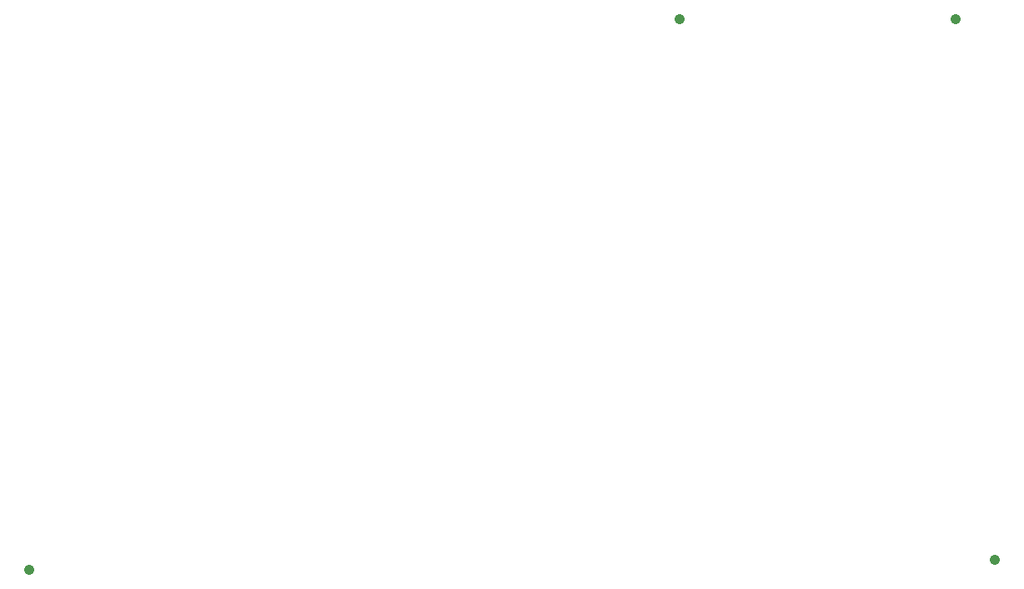
<source format=gbr>
G04 GENERATED BY PULSONIX 12.5 GERBER.DLL 9449*
G04 #@! TF.GenerationSoftware,Pulsonix,Pulsonix,12.5.9449*
G04 #@! TF.CreationDate,2024-10-04T20:16:51--1:00*
G04 #@! TF.Part,Single*
%FSLAX35Y35*%
%LPD*%
%MOMM*%
G04 #@! TF.FileFunction,Soldermask,Bot*
G04 #@! TF.FilePolarity,Negative*
G04 #@! TA.AperFunction,ViaPad*
%ADD103C,1.05400*%
G04 #@! TD.AperFunction*
X0Y0D02*
D02*
D103*
X4650000Y950000D03*
X11250000Y6550000D03*
X14050000D03*
X14450000Y1050000D03*
X0Y0D02*
M02*

</source>
